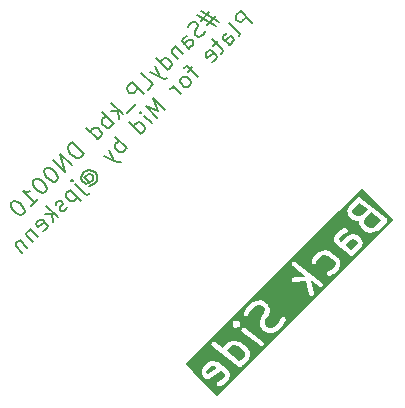
<source format=gbo>
G04 #@! TF.GenerationSoftware,KiCad,Pcbnew,8.0.5*
G04 #@! TF.CreationDate,2024-09-18T07:34:35+09:00*
G04 #@! TF.ProjectId,SandyLP_Plate_Middle,53616e64-794c-4505-9f50-6c6174655f4d,v.0*
G04 #@! TF.SameCoordinates,Original*
G04 #@! TF.FileFunction,Legend,Bot*
G04 #@! TF.FilePolarity,Positive*
%FSLAX46Y46*%
G04 Gerber Fmt 4.6, Leading zero omitted, Abs format (unit mm)*
G04 Created by KiCad (PCBNEW 8.0.5) date 2024-09-18 07:34:35*
%MOMM*%
%LPD*%
G01*
G04 APERTURE LIST*
G04 Aperture macros list*
%AMRoundRect*
0 Rectangle with rounded corners*
0 $1 Rounding radius*
0 $2 $3 $4 $5 $6 $7 $8 $9 X,Y pos of 4 corners*
0 Add a 4 corners polygon primitive as box body*
4,1,4,$2,$3,$4,$5,$6,$7,$8,$9,$2,$3,0*
0 Add four circle primitives for the rounded corners*
1,1,$1+$1,$2,$3*
1,1,$1+$1,$4,$5*
1,1,$1+$1,$6,$7*
1,1,$1+$1,$8,$9*
0 Add four rect primitives between the rounded corners*
20,1,$1+$1,$2,$3,$4,$5,0*
20,1,$1+$1,$4,$5,$6,$7,0*
20,1,$1+$1,$6,$7,$8,$9,0*
20,1,$1+$1,$8,$9,$2,$3,0*%
%AMHorizOval*
0 Thick line with rounded ends*
0 $1 width*
0 $2 $3 position (X,Y) of the first rounded end (center of the circle)*
0 $4 $5 position (X,Y) of the second rounded end (center of the circle)*
0 Add line between two ends*
20,1,$1,$2,$3,$4,$5,0*
0 Add two circle primitives to create the rounded ends*
1,1,$1,$2,$3*
1,1,$1,$4,$5*%
G04 Aperture macros list end*
%ADD10C,0.400000*%
%ADD11C,0.160000*%
%ADD12RoundRect,0.900000X4.596201X-4.596187X-4.596187X4.596201X-4.596201X4.596187X4.596187X-4.596201X0*%
%ADD13RoundRect,0.900000X-4.596187X-4.596201X4.596201X4.596187X4.596187X4.596201X-4.596201X-4.596187X0*%
%ADD14HorizOval,6.000000X3.550704X2.050000X-3.550704X-2.050000X0*%
%ADD15HorizOval,6.300000X1.676669X0.781844X-1.676669X-0.781844X0*%
%ADD16C,4.700000*%
%ADD17HorizOval,4.700000X-0.274702X0.589100X0.274702X-0.589100X0*%
%ADD18HorizOval,4.700000X0.589100X0.274702X-0.589100X-0.274702X0*%
G04 APERTURE END LIST*
D10*
G36*
X159606936Y-66938899D02*
G01*
X159778421Y-67072276D01*
X158972658Y-67614933D01*
X158913771Y-67569132D01*
X158847560Y-67423466D01*
X158893511Y-67272485D01*
X159203666Y-66962331D01*
X159400857Y-66891343D01*
X159606936Y-66938899D01*
G37*
G36*
X161504339Y-65230058D02*
G01*
X162067013Y-65667693D01*
X162149412Y-65848970D01*
X162156341Y-65952908D01*
X162099060Y-66141118D01*
X161788904Y-66451272D01*
X161639951Y-66504895D01*
X160562690Y-65667026D01*
X160590567Y-65575429D01*
X160900722Y-65265275D01*
X161126113Y-65184135D01*
X161268932Y-65175734D01*
X161504339Y-65230058D01*
G37*
G36*
X171462759Y-56214447D02*
G01*
X171601169Y-56322099D01*
X171667381Y-56467766D01*
X171621432Y-56618745D01*
X171216994Y-57023182D01*
X171068041Y-57076805D01*
X170587731Y-56703231D01*
X170589390Y-56702544D01*
X170619697Y-56677671D01*
X171059490Y-56237878D01*
X171256680Y-56166890D01*
X171462759Y-56214447D01*
G37*
G36*
X173665048Y-54575128D02*
G01*
X173102613Y-55137564D01*
X172877223Y-55218704D01*
X172734402Y-55227105D01*
X172498996Y-55172781D01*
X172254518Y-54982632D01*
X172172120Y-54801356D01*
X172166276Y-54713689D01*
X172305292Y-54426390D01*
X172816520Y-53915162D01*
X173665048Y-54575128D01*
G37*
G36*
X172498322Y-53667675D02*
G01*
X172030168Y-54135830D01*
X171804778Y-54216970D01*
X171661958Y-54225371D01*
X171426550Y-54171046D01*
X171288139Y-54063393D01*
X171205741Y-53882117D01*
X171198812Y-53778180D01*
X171256094Y-53589970D01*
X171755860Y-53090204D01*
X172498322Y-53667675D01*
G37*
G36*
X174689123Y-54556718D02*
G01*
X159789546Y-69456295D01*
X157750944Y-67417693D01*
X158435219Y-67417693D01*
X158438404Y-67450336D01*
X158439517Y-67483129D01*
X158442440Y-67491707D01*
X158442797Y-67495360D01*
X158445258Y-67499975D01*
X158452165Y-67520240D01*
X158570016Y-67779512D01*
X158589660Y-67813442D01*
X158596340Y-67819684D01*
X158600861Y-67827633D01*
X158629301Y-67854621D01*
X158841433Y-68019613D01*
X158874591Y-68040534D01*
X158881974Y-68042564D01*
X158888359Y-68046797D01*
X158919373Y-68052848D01*
X158949834Y-68061225D01*
X158957433Y-68060275D01*
X158964951Y-68061742D01*
X158995914Y-68055465D01*
X159027268Y-68051546D01*
X159033927Y-68047759D01*
X159041431Y-68046238D01*
X159075941Y-68027630D01*
X160110724Y-67330735D01*
X160381742Y-67541526D01*
X160447954Y-67687193D01*
X160402004Y-67838174D01*
X160091848Y-68148328D01*
X159839286Y-68239251D01*
X159803876Y-68256082D01*
X159746157Y-68308601D01*
X159712930Y-68379209D01*
X159709252Y-68457159D01*
X159735684Y-68530582D01*
X159788203Y-68588301D01*
X159858811Y-68621528D01*
X159936761Y-68625206D01*
X159974774Y-68615605D01*
X160269401Y-68509540D01*
X160304811Y-68492708D01*
X160308350Y-68489487D01*
X160312772Y-68487656D01*
X160343079Y-68462784D01*
X160720203Y-68085661D01*
X160745076Y-68055353D01*
X160748838Y-68046270D01*
X160755080Y-68038679D01*
X160770117Y-68002471D01*
X160852612Y-67731413D01*
X160856806Y-67710424D01*
X160858645Y-67705523D01*
X160858520Y-67701851D01*
X160860296Y-67692967D01*
X160857110Y-67660322D01*
X160855998Y-67627532D01*
X160853074Y-67618954D01*
X160852718Y-67615299D01*
X160850254Y-67610680D01*
X160843350Y-67590421D01*
X160725499Y-67331148D01*
X160705855Y-67297218D01*
X160699174Y-67290975D01*
X160694654Y-67283027D01*
X160666214Y-67256039D01*
X159817686Y-66596072D01*
X159784528Y-66575150D01*
X159780457Y-66574030D01*
X159777024Y-66571582D01*
X159739870Y-66559064D01*
X159433456Y-66488354D01*
X159394574Y-66483325D01*
X159376779Y-66486304D01*
X159358754Y-66485454D01*
X159320741Y-66495055D01*
X159026113Y-66601121D01*
X158990703Y-66617952D01*
X158987162Y-66621173D01*
X158982743Y-66623004D01*
X158952435Y-66647877D01*
X158575313Y-67025000D01*
X158550440Y-67055307D01*
X158546678Y-67064387D01*
X158540436Y-67071980D01*
X158525399Y-67108188D01*
X158442903Y-67379247D01*
X158438707Y-67400237D01*
X158436870Y-67405138D01*
X158436994Y-67408809D01*
X158435219Y-67417693D01*
X157750944Y-67417693D01*
X157086826Y-66753575D01*
X158774331Y-65066070D01*
X159283284Y-65066070D01*
X159292963Y-65143504D01*
X159331538Y-65211339D01*
X159359978Y-65238327D01*
X161587364Y-66970739D01*
X161620523Y-66991660D01*
X161695766Y-67012350D01*
X161773200Y-67002671D01*
X161841035Y-66964096D01*
X161888944Y-66902498D01*
X161907898Y-66833564D01*
X161966457Y-66812484D01*
X162001867Y-66795652D01*
X162005406Y-66792431D01*
X162009828Y-66790600D01*
X162040135Y-66765728D01*
X162417259Y-66388605D01*
X162442132Y-66358297D01*
X162445894Y-66349214D01*
X162452136Y-66341623D01*
X162467173Y-66305415D01*
X162549668Y-66034357D01*
X162555385Y-66005749D01*
X162556651Y-66002008D01*
X162556748Y-65998931D01*
X162557352Y-65995911D01*
X162556968Y-65991976D01*
X162557890Y-65962821D01*
X162546105Y-65786044D01*
X162541407Y-65757791D01*
X162541269Y-65753699D01*
X162540211Y-65750597D01*
X162539675Y-65747368D01*
X162537861Y-65743700D01*
X162528621Y-65716588D01*
X162410770Y-65457315D01*
X162391126Y-65423385D01*
X162384445Y-65417142D01*
X162379925Y-65409194D01*
X162351485Y-65382206D01*
X161715089Y-64887231D01*
X161681931Y-64866309D01*
X161677860Y-64865189D01*
X161674427Y-64862741D01*
X161637273Y-64850223D01*
X161330859Y-64779513D01*
X161317747Y-64777817D01*
X161313320Y-64776281D01*
X161302602Y-64775858D01*
X161291977Y-64774484D01*
X161287359Y-64775257D01*
X161274143Y-64774736D01*
X161073797Y-64786521D01*
X161060528Y-64788620D01*
X161055810Y-64788398D01*
X161045533Y-64790993D01*
X161035072Y-64792649D01*
X161030823Y-64794708D01*
X161017797Y-64797999D01*
X160723169Y-64904065D01*
X160687759Y-64920896D01*
X160684218Y-64924117D01*
X160679799Y-64925948D01*
X160649491Y-64950821D01*
X160272369Y-65327944D01*
X160247496Y-65358251D01*
X160243734Y-65367331D01*
X160237492Y-65374924D01*
X160225196Y-65404530D01*
X159605554Y-64922587D01*
X159572396Y-64901665D01*
X159497153Y-64880975D01*
X159419719Y-64890654D01*
X159351884Y-64929229D01*
X159303974Y-64990827D01*
X159283284Y-65066070D01*
X158774331Y-65066070D01*
X159988198Y-63852203D01*
X161817083Y-63852203D01*
X161826762Y-63929637D01*
X161865337Y-63997472D01*
X161893777Y-64024460D01*
X163378701Y-65179401D01*
X163411859Y-65200323D01*
X163487102Y-65221013D01*
X163564536Y-65211334D01*
X163632371Y-65172759D01*
X163680281Y-65111161D01*
X163700971Y-65035917D01*
X163691292Y-64958484D01*
X163652717Y-64890649D01*
X163624277Y-64863660D01*
X162139353Y-63708720D01*
X162106195Y-63687798D01*
X162030952Y-63667108D01*
X161953518Y-63676787D01*
X161885683Y-63715362D01*
X161837773Y-63776960D01*
X161817083Y-63852203D01*
X159988198Y-63852203D01*
X160537977Y-63302424D01*
X161074546Y-63302424D01*
X161086331Y-63479199D01*
X161092279Y-63514978D01*
X161092361Y-63516365D01*
X161092587Y-63516832D01*
X161092761Y-63517875D01*
X161109732Y-63552193D01*
X161126406Y-63586583D01*
X161126999Y-63587110D01*
X161127353Y-63587825D01*
X161156117Y-63612993D01*
X161184731Y-63638428D01*
X161185484Y-63638689D01*
X161186082Y-63639212D01*
X161222252Y-63651445D01*
X161258456Y-63664006D01*
X161259512Y-63664047D01*
X161260004Y-63664214D01*
X161261388Y-63664121D01*
X161297632Y-63665551D01*
X161497979Y-63653766D01*
X161536704Y-63647638D01*
X161537419Y-63647291D01*
X161538215Y-63647238D01*
X161543466Y-63644641D01*
X161549283Y-63643914D01*
X161577618Y-63627800D01*
X161606922Y-63613593D01*
X161607450Y-63612998D01*
X161608165Y-63612645D01*
X161612022Y-63608236D01*
X161617118Y-63605339D01*
X161637127Y-63579612D01*
X161658767Y-63555268D01*
X161659027Y-63554515D01*
X161659552Y-63553917D01*
X161661429Y-63548367D01*
X161665027Y-63543741D01*
X161673668Y-63512315D01*
X161684344Y-63481543D01*
X161684297Y-63480749D01*
X161684553Y-63479994D01*
X161684812Y-63471787D01*
X161685717Y-63468498D01*
X161685078Y-63463386D01*
X161685792Y-63440807D01*
X161674007Y-63264031D01*
X161668058Y-63228250D01*
X161667977Y-63226866D01*
X161667750Y-63226398D01*
X161667577Y-63225355D01*
X161650580Y-63190986D01*
X161633932Y-63156648D01*
X161633339Y-63156120D01*
X161632985Y-63155405D01*
X161604148Y-63130173D01*
X161575607Y-63104803D01*
X161574854Y-63104542D01*
X161574256Y-63104018D01*
X161538045Y-63091771D01*
X161501882Y-63079225D01*
X161500824Y-63079183D01*
X161500333Y-63079017D01*
X161498948Y-63079109D01*
X161462705Y-63077680D01*
X161262359Y-63089465D01*
X161223634Y-63095593D01*
X161222918Y-63095939D01*
X161222123Y-63095993D01*
X161216871Y-63098590D01*
X161211056Y-63099317D01*
X161182730Y-63115424D01*
X161153416Y-63129638D01*
X161152888Y-63130230D01*
X161152173Y-63130585D01*
X161148311Y-63134998D01*
X161143221Y-63137893D01*
X161123218Y-63163609D01*
X161101571Y-63187963D01*
X161101310Y-63188715D01*
X161100786Y-63189314D01*
X161098908Y-63194864D01*
X161095311Y-63199490D01*
X161086672Y-63230905D01*
X161075993Y-63261688D01*
X161076039Y-63262483D01*
X161075785Y-63263237D01*
X161075525Y-63271444D01*
X161074621Y-63274734D01*
X161075259Y-63279845D01*
X161074546Y-63302424D01*
X160537977Y-63302424D01*
X161289725Y-62550676D01*
X162030609Y-62550676D01*
X162056245Y-62624381D01*
X162108136Y-62682665D01*
X162178381Y-62716654D01*
X162256286Y-62721175D01*
X162329991Y-62695539D01*
X162388275Y-62643648D01*
X162408729Y-62610199D01*
X162570788Y-62275277D01*
X162986687Y-61859377D01*
X163212078Y-61778237D01*
X163354896Y-61769836D01*
X163590302Y-61824160D01*
X163728715Y-61931815D01*
X163811113Y-62113090D01*
X163818042Y-62217027D01*
X163753149Y-62430249D01*
X163494208Y-62869324D01*
X163491797Y-62874516D01*
X163490183Y-62876480D01*
X163484224Y-62890826D01*
X163477698Y-62904885D01*
X163477343Y-62907395D01*
X163475146Y-62912688D01*
X163392650Y-63183747D01*
X163386932Y-63212352D01*
X163385667Y-63216095D01*
X163385569Y-63219172D01*
X163384966Y-63222193D01*
X163385349Y-63226126D01*
X163384428Y-63255283D01*
X163396213Y-63432059D01*
X163400910Y-63460311D01*
X163401049Y-63464406D01*
X163402106Y-63467509D01*
X163402643Y-63470735D01*
X163404454Y-63474397D01*
X163413697Y-63501517D01*
X163531548Y-63760789D01*
X163551192Y-63794719D01*
X163557872Y-63800961D01*
X163562393Y-63808910D01*
X163590833Y-63835898D01*
X163802965Y-64000890D01*
X163836123Y-64021811D01*
X163840190Y-64022929D01*
X163843627Y-64025380D01*
X163880782Y-64037898D01*
X164187195Y-64108608D01*
X164200305Y-64110303D01*
X164204734Y-64111840D01*
X164215452Y-64112262D01*
X164226078Y-64113637D01*
X164230695Y-64112863D01*
X164243910Y-64113385D01*
X164444257Y-64101600D01*
X164457525Y-64099500D01*
X164462244Y-64099723D01*
X164472520Y-64097127D01*
X164482982Y-64095472D01*
X164487230Y-64093412D01*
X164500257Y-64090122D01*
X164794884Y-63984057D01*
X164830294Y-63967225D01*
X164833833Y-63964004D01*
X164838255Y-63962173D01*
X164868562Y-63937301D01*
X165339967Y-63465896D01*
X165354275Y-63448461D01*
X165358124Y-63445035D01*
X165361153Y-63440080D01*
X165364840Y-63435589D01*
X165366812Y-63430826D01*
X165378578Y-63411587D01*
X165555354Y-63046248D01*
X165568889Y-63009452D01*
X165573410Y-62931546D01*
X165547773Y-62857841D01*
X165495882Y-62799558D01*
X165425638Y-62765569D01*
X165347732Y-62761048D01*
X165274027Y-62786685D01*
X165215744Y-62838576D01*
X165195290Y-62872024D01*
X165033231Y-63206946D01*
X164617331Y-63622845D01*
X164391942Y-63703985D01*
X164249121Y-63712386D01*
X164013714Y-63658062D01*
X163875303Y-63550409D01*
X163792905Y-63369133D01*
X163785976Y-63265196D01*
X163850871Y-63051971D01*
X164109812Y-62612899D01*
X164112224Y-62607703D01*
X164113837Y-62605742D01*
X164119786Y-62591417D01*
X164126323Y-62577338D01*
X164126677Y-62574822D01*
X164128874Y-62569534D01*
X164211369Y-62298476D01*
X164217086Y-62269868D01*
X164218352Y-62266127D01*
X164218449Y-62263050D01*
X164219053Y-62260030D01*
X164218669Y-62256095D01*
X164219591Y-62226940D01*
X164207806Y-62050164D01*
X164203108Y-62021911D01*
X164202970Y-62017819D01*
X164201912Y-62014716D01*
X164201376Y-62011488D01*
X164199563Y-62007822D01*
X164190323Y-61980708D01*
X164072471Y-61721435D01*
X164052827Y-61687504D01*
X164046146Y-61681261D01*
X164041626Y-61673313D01*
X164013186Y-61646325D01*
X163801054Y-61481333D01*
X163767896Y-61460412D01*
X163763827Y-61459293D01*
X163760393Y-61456844D01*
X163723238Y-61444326D01*
X163416825Y-61373615D01*
X163403712Y-61371919D01*
X163399285Y-61370383D01*
X163388568Y-61369960D01*
X163377942Y-61368586D01*
X163373323Y-61369359D01*
X163360108Y-61368838D01*
X163159762Y-61380623D01*
X163146493Y-61382722D01*
X163141775Y-61382500D01*
X163131498Y-61385095D01*
X163121037Y-61386751D01*
X163116788Y-61388810D01*
X163103762Y-61392101D01*
X162809134Y-61498167D01*
X162773724Y-61514998D01*
X162770183Y-61518219D01*
X162765764Y-61520050D01*
X162735457Y-61544923D01*
X162264052Y-62016328D01*
X162249742Y-62033763D01*
X162245897Y-62037188D01*
X162242867Y-62042141D01*
X162239180Y-62046635D01*
X162237207Y-62051397D01*
X162225442Y-62070636D01*
X162048665Y-62435975D01*
X162035130Y-62472771D01*
X162030609Y-62550676D01*
X161289725Y-62550676D01*
X164243884Y-59596517D01*
X166061096Y-59596517D01*
X166065679Y-59674418D01*
X166099724Y-59744636D01*
X166158049Y-59796481D01*
X166231774Y-59822059D01*
X166270950Y-59823604D01*
X167304394Y-59762813D01*
X167549252Y-60823862D01*
X167561770Y-60861016D01*
X167607080Y-60924551D01*
X167673254Y-60965910D01*
X167750219Y-60978797D01*
X167826257Y-60961250D01*
X167889791Y-60915940D01*
X167931150Y-60849765D01*
X167944037Y-60772800D01*
X167939008Y-60733918D01*
X167709408Y-59738988D01*
X167798598Y-59733742D01*
X168375589Y-60182513D01*
X168408747Y-60203435D01*
X168483990Y-60224125D01*
X168561424Y-60214446D01*
X168629259Y-60175871D01*
X168677169Y-60114273D01*
X168697859Y-60039029D01*
X168688180Y-59961596D01*
X168649605Y-59893761D01*
X168621165Y-59866772D01*
X166393779Y-58134361D01*
X166360621Y-58113439D01*
X166285378Y-58092749D01*
X166207944Y-58102428D01*
X166140109Y-58141003D01*
X166092199Y-58202601D01*
X166071509Y-58277844D01*
X166081188Y-58355278D01*
X166119763Y-58423113D01*
X166148203Y-58450101D01*
X167319646Y-59361224D01*
X166247462Y-59424294D01*
X166208737Y-59430422D01*
X166138519Y-59464467D01*
X166086674Y-59522792D01*
X166061096Y-59596517D01*
X164243884Y-59596517D01*
X165756517Y-58083884D01*
X167769028Y-58083884D01*
X167776606Y-58161551D01*
X167813329Y-58230407D01*
X167873606Y-58279968D01*
X167948261Y-58302689D01*
X168025928Y-58295111D01*
X168094784Y-58258388D01*
X168144345Y-58198111D01*
X168159382Y-58161902D01*
X168227320Y-57938676D01*
X168537474Y-57628522D01*
X168762867Y-57547381D01*
X168905684Y-57538980D01*
X169141092Y-57593305D01*
X169703766Y-58030940D01*
X169786165Y-58212218D01*
X169793095Y-58316154D01*
X169735813Y-58504364D01*
X169425657Y-58814519D01*
X169173095Y-58905442D01*
X169137685Y-58922273D01*
X169079966Y-58974792D01*
X169046739Y-59045400D01*
X169043061Y-59123350D01*
X169069493Y-59196773D01*
X169122012Y-59254492D01*
X169192620Y-59287719D01*
X169270570Y-59291397D01*
X169308583Y-59281796D01*
X169603210Y-59175731D01*
X169638620Y-59158899D01*
X169642159Y-59155678D01*
X169646581Y-59153847D01*
X169676888Y-59128975D01*
X170054012Y-58751852D01*
X170078885Y-58721544D01*
X170082646Y-58712463D01*
X170088889Y-58704871D01*
X170103926Y-58668662D01*
X170186422Y-58397604D01*
X170192140Y-58368993D01*
X170193405Y-58365254D01*
X170193502Y-58362178D01*
X170194106Y-58359158D01*
X170193722Y-58355223D01*
X170194644Y-58326067D01*
X170182858Y-58149290D01*
X170178160Y-58121036D01*
X170178022Y-58116946D01*
X170176965Y-58113845D01*
X170176428Y-58110614D01*
X170174613Y-58106944D01*
X170165374Y-58079835D01*
X170047523Y-57820562D01*
X170027879Y-57786632D01*
X170021198Y-57780389D01*
X170016678Y-57772441D01*
X169988238Y-57745453D01*
X169351842Y-57250478D01*
X169318684Y-57229556D01*
X169314615Y-57228437D01*
X169311181Y-57225988D01*
X169274026Y-57213470D01*
X168967613Y-57142759D01*
X168954500Y-57141063D01*
X168950073Y-57139527D01*
X168939356Y-57139104D01*
X168928730Y-57137730D01*
X168924111Y-57138503D01*
X168910896Y-57137982D01*
X168710550Y-57149767D01*
X168697281Y-57151866D01*
X168692563Y-57151644D01*
X168682286Y-57154239D01*
X168671825Y-57155895D01*
X168667576Y-57157954D01*
X168654550Y-57161245D01*
X168359923Y-57267311D01*
X168324513Y-57284143D01*
X168320974Y-57287362D01*
X168316553Y-57289194D01*
X168286246Y-57314067D01*
X167909122Y-57691191D01*
X167884249Y-57721498D01*
X167880487Y-57730578D01*
X167874245Y-57738171D01*
X167859208Y-57774379D01*
X167776712Y-58045438D01*
X167769028Y-58083884D01*
X165756517Y-58083884D01*
X167642135Y-56198266D01*
X169654646Y-56198266D01*
X169657831Y-56230909D01*
X169658944Y-56263702D01*
X169661867Y-56272280D01*
X169662224Y-56275933D01*
X169664685Y-56280548D01*
X169671592Y-56300813D01*
X169789443Y-56560085D01*
X169809087Y-56594015D01*
X169815767Y-56600257D01*
X169820288Y-56608206D01*
X169848728Y-56635194D01*
X171015454Y-57542649D01*
X171048612Y-57563570D01*
X171123856Y-57584260D01*
X171201289Y-57574581D01*
X171269124Y-57536006D01*
X171317034Y-57474408D01*
X171335988Y-57405474D01*
X171394547Y-57384394D01*
X171429957Y-57367562D01*
X171433496Y-57364341D01*
X171437918Y-57362510D01*
X171468225Y-57337638D01*
X171939630Y-56866233D01*
X171964503Y-56835926D01*
X171968264Y-56826843D01*
X171974507Y-56819252D01*
X171989544Y-56783044D01*
X172072039Y-56511986D01*
X172076233Y-56490997D01*
X172078072Y-56486096D01*
X172077947Y-56482424D01*
X172079723Y-56473540D01*
X172076537Y-56440895D01*
X172075425Y-56408105D01*
X172072501Y-56399527D01*
X172072145Y-56395872D01*
X172069681Y-56391253D01*
X172062777Y-56370994D01*
X171944926Y-56111721D01*
X171925282Y-56077791D01*
X171918601Y-56071548D01*
X171914081Y-56063600D01*
X171885641Y-56036612D01*
X171673509Y-55871620D01*
X171640351Y-55850698D01*
X171636282Y-55849579D01*
X171632848Y-55847130D01*
X171595693Y-55834612D01*
X171289280Y-55763901D01*
X171250397Y-55758872D01*
X171232601Y-55761851D01*
X171214577Y-55761001D01*
X171176564Y-55770602D01*
X170881937Y-55876668D01*
X170846527Y-55893500D01*
X170842988Y-55896719D01*
X170838567Y-55898551D01*
X170808259Y-55923424D01*
X170368467Y-56363216D01*
X170219513Y-56416839D01*
X170133198Y-56349705D01*
X170066987Y-56204039D01*
X170112938Y-56053058D01*
X170423093Y-55742904D01*
X170675655Y-55651983D01*
X170711065Y-55635151D01*
X170768784Y-55582633D01*
X170802012Y-55512024D01*
X170805689Y-55434075D01*
X170779257Y-55360651D01*
X170726739Y-55302932D01*
X170656130Y-55269705D01*
X170578181Y-55266027D01*
X170540168Y-55275628D01*
X170245540Y-55381694D01*
X170210130Y-55398525D01*
X170206589Y-55401746D01*
X170202170Y-55403577D01*
X170171862Y-55428450D01*
X169794740Y-55805573D01*
X169769867Y-55835880D01*
X169766105Y-55844960D01*
X169759863Y-55852553D01*
X169744826Y-55888761D01*
X169662330Y-56159820D01*
X169658134Y-56180810D01*
X169656297Y-56185711D01*
X169656421Y-56189382D01*
X169654646Y-56198266D01*
X167642135Y-56198266D01*
X170072134Y-53768267D01*
X170797264Y-53768267D01*
X170809049Y-53945043D01*
X170813746Y-53973295D01*
X170813885Y-53977390D01*
X170814942Y-53980493D01*
X170815479Y-53983719D01*
X170817290Y-53987381D01*
X170826533Y-54014501D01*
X170944384Y-54273773D01*
X170964028Y-54307703D01*
X170970708Y-54313945D01*
X170975229Y-54321894D01*
X171003669Y-54348882D01*
X171215801Y-54513874D01*
X171248959Y-54534795D01*
X171253025Y-54535913D01*
X171256462Y-54538364D01*
X171293617Y-54550882D01*
X171600030Y-54621593D01*
X171613142Y-54623288D01*
X171617570Y-54624825D01*
X171628286Y-54625247D01*
X171638913Y-54626622D01*
X171643530Y-54625848D01*
X171656746Y-54626370D01*
X171771195Y-54619637D01*
X171769633Y-54623886D01*
X171768905Y-54636421D01*
X171764882Y-54648318D01*
X171763643Y-54687506D01*
X171775428Y-54864282D01*
X171780125Y-54892534D01*
X171780264Y-54896629D01*
X171781321Y-54899732D01*
X171781858Y-54902958D01*
X171783669Y-54906620D01*
X171792912Y-54933740D01*
X171910763Y-55193012D01*
X171930407Y-55226942D01*
X171937087Y-55233184D01*
X171941608Y-55241133D01*
X171970048Y-55268121D01*
X172288247Y-55515609D01*
X172321405Y-55536531D01*
X172325475Y-55537650D01*
X172328909Y-55540099D01*
X172366063Y-55552617D01*
X172672475Y-55623327D01*
X172685587Y-55625022D01*
X172690015Y-55626559D01*
X172700731Y-55626981D01*
X172711358Y-55628356D01*
X172715975Y-55627582D01*
X172729191Y-55628104D01*
X172929538Y-55616319D01*
X172942806Y-55614219D01*
X172947525Y-55614442D01*
X172957801Y-55611846D01*
X172968263Y-55610191D01*
X172972511Y-55608131D01*
X172985538Y-55604841D01*
X173280165Y-55498776D01*
X173315575Y-55481944D01*
X173319114Y-55478723D01*
X173323536Y-55476892D01*
X173353843Y-55452019D01*
X174108090Y-54697773D01*
X174132963Y-54667465D01*
X174137761Y-54655880D01*
X174145461Y-54645981D01*
X174152568Y-54620132D01*
X174162826Y-54595369D01*
X174162826Y-54582829D01*
X174166151Y-54570737D01*
X174162826Y-54544136D01*
X174162826Y-54517333D01*
X174158027Y-54505748D01*
X174156472Y-54493304D01*
X174143220Y-54470001D01*
X174132963Y-54445237D01*
X174124095Y-54436369D01*
X174117897Y-54425469D01*
X174089457Y-54398480D01*
X171862071Y-52666069D01*
X171853263Y-52660511D01*
X171850397Y-52657645D01*
X171845516Y-52655623D01*
X171828913Y-52645147D01*
X171803064Y-52638039D01*
X171778301Y-52627782D01*
X171765762Y-52627782D01*
X171753670Y-52624457D01*
X171727069Y-52627782D01*
X171700265Y-52627782D01*
X171688680Y-52632580D01*
X171676236Y-52634136D01*
X171652933Y-52647387D01*
X171628169Y-52657645D01*
X171612992Y-52670100D01*
X171608401Y-52672711D01*
X171605913Y-52675909D01*
X171597862Y-52682517D01*
X170937896Y-53342485D01*
X170913023Y-53372792D01*
X170909261Y-53381872D01*
X170903019Y-53389465D01*
X170887982Y-53425673D01*
X170805486Y-53696730D01*
X170799768Y-53725336D01*
X170798503Y-53729079D01*
X170798405Y-53732156D01*
X170797802Y-53735177D01*
X170798185Y-53739110D01*
X170797264Y-53768267D01*
X170072134Y-53768267D01*
X171986403Y-51853998D01*
X174689123Y-54556718D01*
G37*
D11*
X159103681Y-36982785D02*
X158396574Y-37689892D01*
X158396574Y-36841364D02*
X159952209Y-37831313D01*
X158915119Y-38019875D02*
X159622226Y-37312768D01*
X159622226Y-38161297D02*
X158066591Y-37171347D01*
X158726557Y-38585561D02*
X158632276Y-38774122D01*
X158632276Y-38774122D02*
X158396574Y-39009825D01*
X158396574Y-39009825D02*
X158255153Y-39056965D01*
X158255153Y-39056965D02*
X158160872Y-39056965D01*
X158160872Y-39056965D02*
X158019450Y-39009825D01*
X158019450Y-39009825D02*
X157925169Y-38915544D01*
X157925169Y-38915544D02*
X157878029Y-38774122D01*
X157878029Y-38774122D02*
X157878029Y-38679842D01*
X157878029Y-38679842D02*
X157925169Y-38538420D01*
X157925169Y-38538420D02*
X158066591Y-38302718D01*
X158066591Y-38302718D02*
X158113731Y-38161297D01*
X158113731Y-38161297D02*
X158113731Y-38067016D01*
X158113731Y-38067016D02*
X158066591Y-37925594D01*
X158066591Y-37925594D02*
X157972310Y-37831313D01*
X157972310Y-37831313D02*
X157830889Y-37784173D01*
X157830889Y-37784173D02*
X157736608Y-37784173D01*
X157736608Y-37784173D02*
X157595186Y-37831313D01*
X157595186Y-37831313D02*
X157359484Y-38067016D01*
X157359484Y-38067016D02*
X157265203Y-38255577D01*
X157359484Y-40046914D02*
X156840939Y-39528369D01*
X156840939Y-39528369D02*
X156793799Y-39386948D01*
X156793799Y-39386948D02*
X156840939Y-39245527D01*
X156840939Y-39245527D02*
X157029501Y-39056965D01*
X157029501Y-39056965D02*
X157170922Y-39009824D01*
X157312344Y-39999774D02*
X157453765Y-39952634D01*
X157453765Y-39952634D02*
X157689467Y-39716931D01*
X157689467Y-39716931D02*
X157736608Y-39575510D01*
X157736608Y-39575510D02*
X157689467Y-39434089D01*
X157689467Y-39434089D02*
X157595187Y-39339808D01*
X157595187Y-39339808D02*
X157453765Y-39292667D01*
X157453765Y-39292667D02*
X157312344Y-39339808D01*
X157312344Y-39339808D02*
X157076642Y-39575510D01*
X157076642Y-39575510D02*
X156935220Y-39622650D01*
X156228113Y-39858353D02*
X156888080Y-40518319D01*
X156322394Y-39952634D02*
X156228113Y-39952634D01*
X156228113Y-39952634D02*
X156086692Y-39999774D01*
X156086692Y-39999774D02*
X155945270Y-40141196D01*
X155945270Y-40141196D02*
X155898130Y-40282617D01*
X155898130Y-40282617D02*
X155945270Y-40424038D01*
X155945270Y-40424038D02*
X156463815Y-40942583D01*
X155568147Y-41838252D02*
X154578197Y-40848303D01*
X155521006Y-41791112D02*
X155662428Y-41743971D01*
X155662428Y-41743971D02*
X155850989Y-41555409D01*
X155850989Y-41555409D02*
X155898130Y-41413988D01*
X155898130Y-41413988D02*
X155898130Y-41319707D01*
X155898130Y-41319707D02*
X155850989Y-41178286D01*
X155850989Y-41178286D02*
X155568147Y-40895443D01*
X155568147Y-40895443D02*
X155426725Y-40848303D01*
X155426725Y-40848303D02*
X155332444Y-40848303D01*
X155332444Y-40848303D02*
X155191023Y-40895443D01*
X155191023Y-40895443D02*
X155002461Y-41084005D01*
X155002461Y-41084005D02*
X154955321Y-41225426D01*
X154531056Y-41555410D02*
X154955321Y-42451078D01*
X154059652Y-42026814D02*
X154955321Y-42451078D01*
X154955321Y-42451078D02*
X155285304Y-42592500D01*
X155285304Y-42592500D02*
X155379585Y-42592500D01*
X155379585Y-42592500D02*
X155521006Y-42545359D01*
X153871090Y-43535309D02*
X154342494Y-43063904D01*
X154342494Y-43063904D02*
X153352545Y-42073955D01*
X153541107Y-43865292D02*
X152551157Y-42875342D01*
X152551157Y-42875342D02*
X152174034Y-43252466D01*
X152174034Y-43252466D02*
X152126893Y-43393887D01*
X152126893Y-43393887D02*
X152126893Y-43488168D01*
X152126893Y-43488168D02*
X152174034Y-43629589D01*
X152174034Y-43629589D02*
X152315455Y-43771011D01*
X152315455Y-43771011D02*
X152456877Y-43818151D01*
X152456877Y-43818151D02*
X152551157Y-43818151D01*
X152551157Y-43818151D02*
X152692579Y-43771011D01*
X152692579Y-43771011D02*
X153069702Y-43393887D01*
X152881141Y-44713820D02*
X152126893Y-45468067D01*
X151796910Y-45609489D02*
X150806961Y-44619539D01*
X151325505Y-45326646D02*
X151419786Y-45986612D01*
X150759820Y-45326646D02*
X151514067Y-45326646D01*
X150995523Y-46410876D02*
X150005573Y-45420927D01*
X150382697Y-45798050D02*
X150241275Y-45845191D01*
X150241275Y-45845191D02*
X150052714Y-46033753D01*
X150052714Y-46033753D02*
X150005573Y-46175174D01*
X150005573Y-46175174D02*
X150005573Y-46269455D01*
X150005573Y-46269455D02*
X150052714Y-46410876D01*
X150052714Y-46410876D02*
X150335556Y-46693719D01*
X150335556Y-46693719D02*
X150476978Y-46740859D01*
X150476978Y-46740859D02*
X150571258Y-46740859D01*
X150571258Y-46740859D02*
X150712680Y-46693719D01*
X150712680Y-46693719D02*
X150901242Y-46505157D01*
X150901242Y-46505157D02*
X150948382Y-46363736D01*
X149675590Y-47730809D02*
X148685640Y-46740860D01*
X149628449Y-47683669D02*
X149769871Y-47636528D01*
X149769871Y-47636528D02*
X149958432Y-47447966D01*
X149958432Y-47447966D02*
X150005573Y-47306545D01*
X150005573Y-47306545D02*
X150005573Y-47212264D01*
X150005573Y-47212264D02*
X149958432Y-47070843D01*
X149958432Y-47070843D02*
X149675590Y-46788000D01*
X149675590Y-46788000D02*
X149534168Y-46740860D01*
X149534168Y-46740860D02*
X149439887Y-46740860D01*
X149439887Y-46740860D02*
X149298466Y-46788000D01*
X149298466Y-46788000D02*
X149109904Y-46976562D01*
X149109904Y-46976562D02*
X149062764Y-47117983D01*
X148449937Y-48956461D02*
X147459988Y-47966512D01*
X147459988Y-47966512D02*
X147224286Y-48202214D01*
X147224286Y-48202214D02*
X147130005Y-48390776D01*
X147130005Y-48390776D02*
X147130005Y-48579338D01*
X147130005Y-48579338D02*
X147177145Y-48720759D01*
X147177145Y-48720759D02*
X147318567Y-48956461D01*
X147318567Y-48956461D02*
X147459988Y-49097883D01*
X147459988Y-49097883D02*
X147695690Y-49239304D01*
X147695690Y-49239304D02*
X147837112Y-49286444D01*
X147837112Y-49286444D02*
X148025673Y-49286444D01*
X148025673Y-49286444D02*
X148214235Y-49192164D01*
X148214235Y-49192164D02*
X148449937Y-48956461D01*
X147459988Y-49946411D02*
X146470038Y-48956461D01*
X146470038Y-48956461D02*
X146894303Y-50512096D01*
X146894303Y-50512096D02*
X145904353Y-49522147D01*
X145244386Y-50182113D02*
X145150106Y-50276394D01*
X145150106Y-50276394D02*
X145102965Y-50417816D01*
X145102965Y-50417816D02*
X145102965Y-50512096D01*
X145102965Y-50512096D02*
X145150106Y-50653518D01*
X145150106Y-50653518D02*
X145291527Y-50889220D01*
X145291527Y-50889220D02*
X145527229Y-51124922D01*
X145527229Y-51124922D02*
X145762931Y-51266344D01*
X145762931Y-51266344D02*
X145904353Y-51313484D01*
X145904353Y-51313484D02*
X145998634Y-51313484D01*
X145998634Y-51313484D02*
X146140055Y-51266344D01*
X146140055Y-51266344D02*
X146234336Y-51172063D01*
X146234336Y-51172063D02*
X146281476Y-51030641D01*
X146281476Y-51030641D02*
X146281476Y-50936361D01*
X146281476Y-50936361D02*
X146234336Y-50794939D01*
X146234336Y-50794939D02*
X146092915Y-50559237D01*
X146092915Y-50559237D02*
X145857212Y-50323535D01*
X145857212Y-50323535D02*
X145621510Y-50182113D01*
X145621510Y-50182113D02*
X145480089Y-50134973D01*
X145480089Y-50134973D02*
X145385808Y-50134973D01*
X145385808Y-50134973D02*
X145244386Y-50182113D01*
X144301578Y-51124922D02*
X144207297Y-51219203D01*
X144207297Y-51219203D02*
X144160156Y-51360624D01*
X144160156Y-51360624D02*
X144160156Y-51454905D01*
X144160156Y-51454905D02*
X144207297Y-51596327D01*
X144207297Y-51596327D02*
X144348718Y-51832029D01*
X144348718Y-51832029D02*
X144584420Y-52067731D01*
X144584420Y-52067731D02*
X144820123Y-52209152D01*
X144820123Y-52209152D02*
X144961544Y-52256293D01*
X144961544Y-52256293D02*
X145055825Y-52256293D01*
X145055825Y-52256293D02*
X145197246Y-52209152D01*
X145197246Y-52209152D02*
X145291527Y-52114872D01*
X145291527Y-52114872D02*
X145338668Y-51973450D01*
X145338668Y-51973450D02*
X145338668Y-51879169D01*
X145338668Y-51879169D02*
X145291527Y-51737748D01*
X145291527Y-51737748D02*
X145150106Y-51502046D01*
X145150106Y-51502046D02*
X144914404Y-51266343D01*
X144914404Y-51266343D02*
X144678701Y-51124922D01*
X144678701Y-51124922D02*
X144537280Y-51077782D01*
X144537280Y-51077782D02*
X144442999Y-51077782D01*
X144442999Y-51077782D02*
X144301578Y-51124922D01*
X144018735Y-53387664D02*
X144584421Y-52821978D01*
X144301578Y-53104821D02*
X143311628Y-52114871D01*
X143311628Y-52114871D02*
X143547331Y-52162012D01*
X143547331Y-52162012D02*
X143735892Y-52162012D01*
X143735892Y-52162012D02*
X143877314Y-52114871D01*
X142415960Y-53010540D02*
X142321679Y-53104821D01*
X142321679Y-53104821D02*
X142274539Y-53246242D01*
X142274539Y-53246242D02*
X142274539Y-53340523D01*
X142274539Y-53340523D02*
X142321679Y-53481944D01*
X142321679Y-53481944D02*
X142463100Y-53717646D01*
X142463100Y-53717646D02*
X142698803Y-53953349D01*
X142698803Y-53953349D02*
X142934505Y-54094770D01*
X142934505Y-54094770D02*
X143075926Y-54141911D01*
X143075926Y-54141911D02*
X143170207Y-54141911D01*
X143170207Y-54141911D02*
X143311629Y-54094770D01*
X143311629Y-54094770D02*
X143405910Y-54000489D01*
X143405910Y-54000489D02*
X143453050Y-53859068D01*
X143453050Y-53859068D02*
X143453050Y-53764787D01*
X143453050Y-53764787D02*
X143405910Y-53623366D01*
X143405910Y-53623366D02*
X143264488Y-53387663D01*
X143264488Y-53387663D02*
X143028786Y-53151961D01*
X143028786Y-53151961D02*
X142793084Y-53010540D01*
X142793084Y-53010540D02*
X142651662Y-52963399D01*
X142651662Y-52963399D02*
X142557381Y-52963399D01*
X142557381Y-52963399D02*
X142415960Y-53010540D01*
X162748056Y-37845871D02*
X161758106Y-36855922D01*
X161758106Y-36855922D02*
X161380983Y-37233045D01*
X161380983Y-37233045D02*
X161333842Y-37374467D01*
X161333842Y-37374467D02*
X161333842Y-37468747D01*
X161333842Y-37468747D02*
X161380983Y-37610169D01*
X161380983Y-37610169D02*
X161522404Y-37751590D01*
X161522404Y-37751590D02*
X161663825Y-37798731D01*
X161663825Y-37798731D02*
X161758106Y-37798731D01*
X161758106Y-37798731D02*
X161899527Y-37751590D01*
X161899527Y-37751590D02*
X162276651Y-37374467D01*
X161616685Y-38977242D02*
X161663825Y-38835821D01*
X161663825Y-38835821D02*
X161616685Y-38694399D01*
X161616685Y-38694399D02*
X160768157Y-37845871D01*
X160815297Y-39778629D02*
X160296752Y-39260084D01*
X160296752Y-39260084D02*
X160249612Y-39118663D01*
X160249612Y-39118663D02*
X160296752Y-38977242D01*
X160296752Y-38977242D02*
X160485314Y-38788680D01*
X160485314Y-38788680D02*
X160626736Y-38741539D01*
X160768157Y-39731489D02*
X160909578Y-39684348D01*
X160909578Y-39684348D02*
X161145280Y-39448646D01*
X161145280Y-39448646D02*
X161192421Y-39307225D01*
X161192421Y-39307225D02*
X161145280Y-39165804D01*
X161145280Y-39165804D02*
X161051000Y-39071523D01*
X161051000Y-39071523D02*
X160909578Y-39024382D01*
X160909578Y-39024382D02*
X160768157Y-39071523D01*
X160768157Y-39071523D02*
X160532455Y-39307225D01*
X160532455Y-39307225D02*
X160391033Y-39354365D01*
X159825348Y-39448646D02*
X159448224Y-39825770D01*
X159353943Y-39260085D02*
X160202471Y-40108613D01*
X160202471Y-40108613D02*
X160249612Y-40250034D01*
X160249612Y-40250034D02*
X160202471Y-40391456D01*
X160202471Y-40391456D02*
X160108190Y-40485736D01*
X159353943Y-41145703D02*
X159495364Y-41098562D01*
X159495364Y-41098562D02*
X159683926Y-40910000D01*
X159683926Y-40910000D02*
X159731067Y-40768579D01*
X159731067Y-40768579D02*
X159683926Y-40627158D01*
X159683926Y-40627158D02*
X159306803Y-40250034D01*
X159306803Y-40250034D02*
X159165381Y-40202894D01*
X159165381Y-40202894D02*
X159023960Y-40250034D01*
X159023960Y-40250034D02*
X158835398Y-40438596D01*
X158835398Y-40438596D02*
X158788258Y-40580017D01*
X158788258Y-40580017D02*
X158835398Y-40721439D01*
X158835398Y-40721439D02*
X158929679Y-40815720D01*
X158929679Y-40815720D02*
X159495364Y-40438596D01*
X157656887Y-41617107D02*
X157279763Y-41994231D01*
X158175432Y-42418495D02*
X157326903Y-41569967D01*
X157326903Y-41569967D02*
X157185482Y-41522827D01*
X157185482Y-41522827D02*
X157044061Y-41569967D01*
X157044061Y-41569967D02*
X156949780Y-41664248D01*
X157468325Y-43125602D02*
X157515465Y-42984181D01*
X157515465Y-42984181D02*
X157515465Y-42889900D01*
X157515465Y-42889900D02*
X157468325Y-42748478D01*
X157468325Y-42748478D02*
X157185482Y-42465636D01*
X157185482Y-42465636D02*
X157044061Y-42418495D01*
X157044061Y-42418495D02*
X156949780Y-42418495D01*
X156949780Y-42418495D02*
X156808358Y-42465636D01*
X156808358Y-42465636D02*
X156666937Y-42607057D01*
X156666937Y-42607057D02*
X156619797Y-42748478D01*
X156619797Y-42748478D02*
X156619797Y-42842759D01*
X156619797Y-42842759D02*
X156666937Y-42984181D01*
X156666937Y-42984181D02*
X156949780Y-43267023D01*
X156949780Y-43267023D02*
X157091201Y-43314164D01*
X157091201Y-43314164D02*
X157185482Y-43314164D01*
X157185482Y-43314164D02*
X157326903Y-43267023D01*
X157326903Y-43267023D02*
X157468325Y-43125602D01*
X156714077Y-43879849D02*
X156054111Y-43219883D01*
X156242673Y-43408445D02*
X156101251Y-43361304D01*
X156101251Y-43361304D02*
X156006971Y-43361304D01*
X156006971Y-43361304D02*
X155865549Y-43408445D01*
X155865549Y-43408445D02*
X155771268Y-43502726D01*
X155347004Y-45246923D02*
X154357054Y-44256974D01*
X154357054Y-44256974D02*
X154734178Y-45294063D01*
X154734178Y-45294063D02*
X153697088Y-44916940D01*
X153697088Y-44916940D02*
X154687037Y-45906889D01*
X154215633Y-46378294D02*
X153555667Y-45718328D01*
X153225683Y-45388344D02*
X153319964Y-45388344D01*
X153319964Y-45388344D02*
X153319964Y-45482625D01*
X153319964Y-45482625D02*
X153225683Y-45482625D01*
X153225683Y-45482625D02*
X153225683Y-45388344D01*
X153225683Y-45388344D02*
X153319964Y-45482625D01*
X153319964Y-47273963D02*
X152330015Y-46284013D01*
X153272824Y-47226822D02*
X153414245Y-47179682D01*
X153414245Y-47179682D02*
X153602807Y-46991120D01*
X153602807Y-46991120D02*
X153649947Y-46849699D01*
X153649947Y-46849699D02*
X153649947Y-46755418D01*
X153649947Y-46755418D02*
X153602807Y-46613996D01*
X153602807Y-46613996D02*
X153319964Y-46331154D01*
X153319964Y-46331154D02*
X153178543Y-46284013D01*
X153178543Y-46284013D02*
X153084262Y-46284013D01*
X153084262Y-46284013D02*
X152942840Y-46331154D01*
X152942840Y-46331154D02*
X152754279Y-46519715D01*
X152754279Y-46519715D02*
X152707138Y-46661137D01*
X152094312Y-48499615D02*
X151104362Y-47509665D01*
X151481486Y-47886789D02*
X151340065Y-47933929D01*
X151340065Y-47933929D02*
X151151503Y-48122491D01*
X151151503Y-48122491D02*
X151104362Y-48263913D01*
X151104362Y-48263913D02*
X151104362Y-48358194D01*
X151104362Y-48358194D02*
X151151503Y-48499615D01*
X151151503Y-48499615D02*
X151434345Y-48782458D01*
X151434345Y-48782458D02*
X151575767Y-48829598D01*
X151575767Y-48829598D02*
X151670048Y-48829598D01*
X151670048Y-48829598D02*
X151811469Y-48782458D01*
X151811469Y-48782458D02*
X152000031Y-48593896D01*
X152000031Y-48593896D02*
X152047171Y-48452474D01*
X150632958Y-48641037D02*
X151057222Y-49536705D01*
X150161553Y-49112441D02*
X151057222Y-49536705D01*
X151057222Y-49536705D02*
X151387205Y-49678126D01*
X151387205Y-49678126D02*
X151481486Y-49678126D01*
X151481486Y-49678126D02*
X151622907Y-49630986D01*
X148605918Y-51045200D02*
X148605918Y-50950919D01*
X148605918Y-50950919D02*
X148653058Y-50809498D01*
X148653058Y-50809498D02*
X148747339Y-50715217D01*
X148747339Y-50715217D02*
X148888760Y-50668076D01*
X148888760Y-50668076D02*
X148983041Y-50668076D01*
X148983041Y-50668076D02*
X149124463Y-50715217D01*
X149124463Y-50715217D02*
X149218744Y-50809498D01*
X149218744Y-50809498D02*
X149265884Y-50950919D01*
X149265884Y-50950919D02*
X149265884Y-51045200D01*
X149265884Y-51045200D02*
X149218744Y-51186621D01*
X149218744Y-51186621D02*
X149124463Y-51280902D01*
X149124463Y-51280902D02*
X148983041Y-51328043D01*
X148983041Y-51328043D02*
X148888760Y-51328043D01*
X148511637Y-50950919D02*
X148888760Y-51328043D01*
X148888760Y-51328043D02*
X148888760Y-51422324D01*
X148888760Y-51422324D02*
X148841620Y-51469464D01*
X148841620Y-51469464D02*
X148700199Y-51516605D01*
X148700199Y-51516605D02*
X148558777Y-51469464D01*
X148558777Y-51469464D02*
X148323075Y-51233762D01*
X148323075Y-51233762D02*
X148275934Y-50998060D01*
X148275934Y-50998060D02*
X148323075Y-50762357D01*
X148323075Y-50762357D02*
X148464496Y-50526655D01*
X148464496Y-50526655D02*
X148700199Y-50385234D01*
X148700199Y-50385234D02*
X148935901Y-50338093D01*
X148935901Y-50338093D02*
X149171603Y-50385234D01*
X149171603Y-50385234D02*
X149407305Y-50526655D01*
X149407305Y-50526655D02*
X149548727Y-50762357D01*
X149548727Y-50762357D02*
X149595867Y-50998060D01*
X149595867Y-50998060D02*
X149548727Y-51233762D01*
X149548727Y-51233762D02*
X149407305Y-51469464D01*
X149407305Y-51469464D02*
X149171603Y-51610885D01*
X149171603Y-51610885D02*
X148935901Y-51658026D01*
X147757390Y-51516605D02*
X148605918Y-52365133D01*
X148605918Y-52365133D02*
X148747339Y-52412273D01*
X148747339Y-52412273D02*
X148888760Y-52365133D01*
X148888760Y-52365133D02*
X148935901Y-52317992D01*
X147427406Y-51186621D02*
X147521687Y-51186621D01*
X147521687Y-51186621D02*
X147521687Y-51280902D01*
X147521687Y-51280902D02*
X147427406Y-51280902D01*
X147427406Y-51280902D02*
X147427406Y-51186621D01*
X147427406Y-51186621D02*
X147521687Y-51280902D01*
X147285985Y-51988009D02*
X148275934Y-52977959D01*
X147333125Y-52035150D02*
X147191704Y-52082290D01*
X147191704Y-52082290D02*
X147003142Y-52270852D01*
X147003142Y-52270852D02*
X146956002Y-52412273D01*
X146956002Y-52412273D02*
X146956002Y-52506554D01*
X146956002Y-52506554D02*
X147003142Y-52647976D01*
X147003142Y-52647976D02*
X147285985Y-52930818D01*
X147285985Y-52930818D02*
X147427406Y-52977959D01*
X147427406Y-52977959D02*
X147521687Y-52977959D01*
X147521687Y-52977959D02*
X147663108Y-52930818D01*
X147663108Y-52930818D02*
X147851670Y-52742257D01*
X147851670Y-52742257D02*
X147898811Y-52600835D01*
X147050282Y-53449364D02*
X147003142Y-53590785D01*
X147003142Y-53590785D02*
X146814580Y-53779347D01*
X146814580Y-53779347D02*
X146673159Y-53826487D01*
X146673159Y-53826487D02*
X146531737Y-53779347D01*
X146531737Y-53779347D02*
X146484597Y-53732206D01*
X146484597Y-53732206D02*
X146437456Y-53590785D01*
X146437456Y-53590785D02*
X146484597Y-53449364D01*
X146484597Y-53449364D02*
X146626018Y-53307942D01*
X146626018Y-53307942D02*
X146673159Y-53166521D01*
X146673159Y-53166521D02*
X146626018Y-53025099D01*
X146626018Y-53025099D02*
X146578878Y-52977959D01*
X146578878Y-52977959D02*
X146437456Y-52930819D01*
X146437456Y-52930819D02*
X146296035Y-52977959D01*
X146296035Y-52977959D02*
X146154614Y-53119380D01*
X146154614Y-53119380D02*
X146107473Y-53260802D01*
X146248895Y-54345032D02*
X145258945Y-53355082D01*
X145777490Y-54062189D02*
X145871771Y-54722156D01*
X145211805Y-54062189D02*
X145966052Y-54062189D01*
X145023243Y-55476403D02*
X145164665Y-55429262D01*
X145164665Y-55429262D02*
X145353226Y-55240700D01*
X145353226Y-55240700D02*
X145400367Y-55099279D01*
X145400367Y-55099279D02*
X145353226Y-54957858D01*
X145353226Y-54957858D02*
X144976103Y-54580734D01*
X144976103Y-54580734D02*
X144834681Y-54533593D01*
X144834681Y-54533593D02*
X144693260Y-54580734D01*
X144693260Y-54580734D02*
X144504698Y-54769296D01*
X144504698Y-54769296D02*
X144457558Y-54910717D01*
X144457558Y-54910717D02*
X144504698Y-55052138D01*
X144504698Y-55052138D02*
X144598979Y-55146419D01*
X144598979Y-55146419D02*
X145164665Y-54769296D01*
X143939013Y-55334981D02*
X144598979Y-55994948D01*
X144033294Y-55429262D02*
X143939013Y-55429262D01*
X143939013Y-55429262D02*
X143797592Y-55476403D01*
X143797592Y-55476403D02*
X143656170Y-55617824D01*
X143656170Y-55617824D02*
X143609030Y-55759245D01*
X143609030Y-55759245D02*
X143656170Y-55900667D01*
X143656170Y-55900667D02*
X144174715Y-56419212D01*
X143043344Y-56230650D02*
X143703310Y-56890616D01*
X143137625Y-56324931D02*
X143043344Y-56324931D01*
X143043344Y-56324931D02*
X142901923Y-56372071D01*
X142901923Y-56372071D02*
X142760501Y-56513493D01*
X142760501Y-56513493D02*
X142713361Y-56654914D01*
X142713361Y-56654914D02*
X142760501Y-56796335D01*
X142760501Y-56796335D02*
X143279046Y-57314880D01*
%LPC*%
D12*
X193472835Y-70291280D03*
D13*
X193472835Y-61098892D03*
X202665223Y-70291280D03*
D12*
X202665223Y-61098892D03*
D14*
X139290778Y-77698224D03*
D15*
X135330980Y-73455583D03*
D16*
X139977998Y-61485591D03*
D17*
X153185427Y-69319008D03*
D14*
X152761162Y-64227840D03*
X166196191Y-77662868D03*
D15*
X148801364Y-59985199D03*
X162271749Y-73455583D03*
D18*
X171711624Y-65429921D03*
X158276595Y-51924182D03*
D14*
X166231547Y-50757455D03*
X179666575Y-64192484D03*
D15*
X162271749Y-46514815D03*
X175742133Y-59985199D03*
D18*
X174787539Y-48282582D03*
D16*
X166918766Y-34544823D03*
D14*
X179701931Y-37287071D03*
D15*
X175742133Y-33044430D03*
D12*
X186737643Y-23144935D03*
D13*
X186737643Y-13952547D03*
X195930031Y-23144935D03*
D12*
X195930031Y-13952547D03*
X146344196Y-90514562D03*
D13*
X146344196Y-81322174D03*
X155536584Y-90514562D03*
D12*
X155536584Y-81322174D03*
X186737643Y-50085703D03*
D13*
X186737643Y-40893315D03*
X195930031Y-50085703D03*
D12*
X195930031Y-40893315D03*
X119385722Y-90496856D03*
D13*
X119385722Y-81304468D03*
X128578110Y-90496856D03*
D12*
X128578110Y-81304468D03*
X166532067Y-97232048D03*
D13*
X166532067Y-88039660D03*
X175724455Y-97232048D03*
D12*
X175724455Y-88039660D03*
X180002451Y-83761664D03*
D13*
X180002451Y-74569276D03*
X189194839Y-83761664D03*
D12*
X189194839Y-74569276D03*
%LPD*%
M02*

</source>
